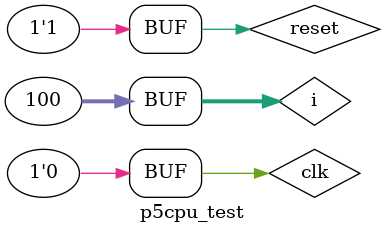
<source format=v>
`timescale 1ns / 1ps


module p5cpu_test;

	// Inputs
	reg clk;
	reg reset;

	// Instantiate the Unit Under Test (UUT)
	mips uut (
		.clk(clk), 
		.reset(reset)
	);
	
	
	integer i;

	initial begin
		// Initialize Inputs
		clk = 0;
		reset = 0;

		// Wait 100 ns for global reset to finish
		#100;
       	 
		// Add stimulus here
		for(i=0;i < 100;i = i + 1) begin
      clk = 1;
      #100;
      clk = 0;
      #100;
      end

      reset = 1;
      #100;




	end
      
endmodule


</source>
